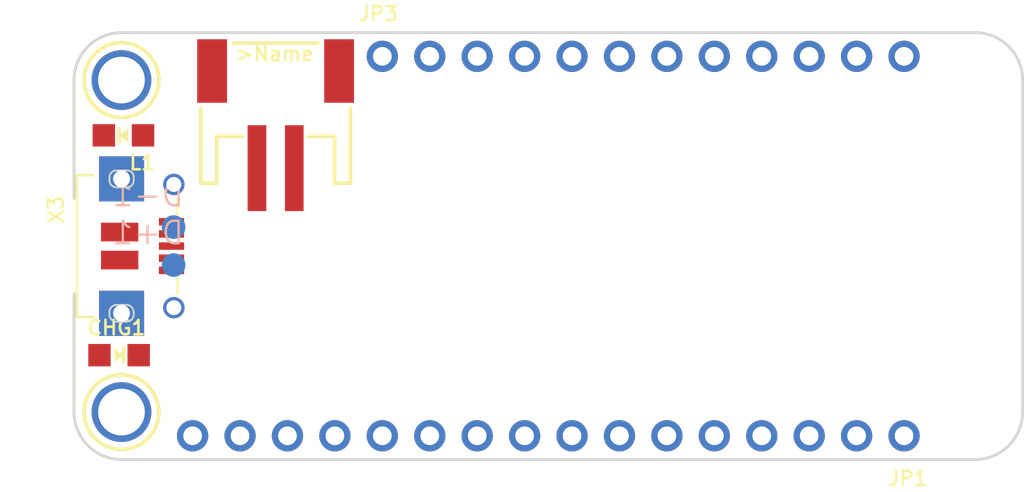
<source format=kicad_pcb>
(kicad_pcb (version 20171130) (host pcbnew "(5.0.0)")

  (general
    (thickness 1.6)
    (drawings 9)
    (tracks 0)
    (zones 0)
    (modules 12)
    (nets 34)
  )

  (page A4)
  (layers
    (0 Top signal)
    (31 Bottom signal)
    (32 B.Adhes user)
    (33 F.Adhes user)
    (34 B.Paste user)
    (35 F.Paste user)
    (36 B.SilkS user)
    (37 F.SilkS user)
    (38 B.Mask user)
    (39 F.Mask user)
    (40 Dwgs.User user)
    (41 Cmts.User user)
    (42 Eco1.User user)
    (43 Eco2.User user)
    (44 Edge.Cuts user)
    (45 Margin user)
    (46 B.CrtYd user)
    (47 F.CrtYd user)
    (48 B.Fab user)
    (49 F.Fab user)
  )

  (setup
    (last_trace_width 0.25)
    (trace_clearance 0.2)
    (zone_clearance 0.508)
    (zone_45_only no)
    (trace_min 0.2)
    (segment_width 0.2)
    (edge_width 0.15)
    (via_size 0.8)
    (via_drill 0.4)
    (via_min_size 0.4)
    (via_min_drill 0.3)
    (uvia_size 0.3)
    (uvia_drill 0.1)
    (uvias_allowed no)
    (uvia_min_size 0.2)
    (uvia_min_drill 0.1)
    (pcb_text_width 0.3)
    (pcb_text_size 1.5 1.5)
    (mod_edge_width 0.15)
    (mod_text_size 1 1)
    (mod_text_width 0.15)
    (pad_size 1.524 1.524)
    (pad_drill 0.762)
    (pad_to_mask_clearance 0.2)
    (aux_axis_origin 0 0)
    (visible_elements FFFFFF7F)
    (pcbplotparams
      (layerselection 0x010fc_ffffffff)
      (usegerberextensions false)
      (usegerberattributes false)
      (usegerberadvancedattributes false)
      (creategerberjobfile false)
      (excludeedgelayer true)
      (linewidth 0.100000)
      (plotframeref false)
      (viasonmask false)
      (mode 1)
      (useauxorigin false)
      (hpglpennumber 1)
      (hpglpenspeed 20)
      (hpglpendiameter 15.000000)
      (psnegative false)
      (psa4output false)
      (plotreference true)
      (plotvalue true)
      (plotinvisibletext false)
      (padsonsilk false)
      (subtractmaskfromsilk false)
      (outputformat 1)
      (mirror false)
      (drillshape 1)
      (scaleselection 1)
      (outputdirectory ""))
  )

  (net 0 "")
  (net 1 GND)
  (net 2 +3V3)
  (net 3 VBUS)
  (net 4 VBAT)
  (net 5 /AREF)
  (net 6 /D13)
  (net 7 /~RESET)
  (net 8 "Net-(X3-PadID)")
  (net 9 /D+)
  (net 10 /D-)
  (net 11 /EN)
  (net 12 /A0)
  (net 13 /A1)
  (net 14 /A2)
  (net 15 /A3)
  (net 16 /A4)
  (net 17 /A5)
  (net 18 /SCK)
  (net 19 /MOSI)
  (net 20 /MISO)
  (net 21 /RX_D0)
  (net 22 /TX_D1)
  (net 23 /D4)
  (net 24 /SDA)
  (net 25 /SCL)
  (net 26 /D5)
  (net 27 /D6)
  (net 28 /D9)
  (net 29 /D10)
  (net 30 /D11)
  (net 31 /D12)
  (net 32 "Net-(L1-PadA)")
  (net 33 "Net-(CHG1-PadC)")

  (net_class Default "This is the default net class."
    (clearance 0.2)
    (trace_width 0.25)
    (via_dia 0.8)
    (via_drill 0.4)
    (uvia_dia 0.3)
    (uvia_drill 0.1)
    (add_net +3V3)
    (add_net /A0)
    (add_net /A1)
    (add_net /A2)
    (add_net /A3)
    (add_net /A4)
    (add_net /A5)
    (add_net /AREF)
    (add_net /D+)
    (add_net /D-)
    (add_net /D10)
    (add_net /D11)
    (add_net /D12)
    (add_net /D13)
    (add_net /D4)
    (add_net /D5)
    (add_net /D6)
    (add_net /D9)
    (add_net /EN)
    (add_net /MISO)
    (add_net /MOSI)
    (add_net /RX_D0)
    (add_net /SCK)
    (add_net /SCL)
    (add_net /SDA)
    (add_net /TX_D1)
    (add_net /~RESET)
    (add_net GND)
    (add_net "Net-(CHG1-PadC)")
    (add_net "Net-(L1-PadA)")
    (add_net "Net-(X3-PadID)")
    (add_net VBAT)
    (add_net VBUS)
  )

  (module "Adafruit Feather M4 Express:MOUNTINGHOLE_2.5_PLATED" (layer Top) (tedit 0) (tstamp 5C28046C)
    (at 125.6411 113.8936 270)
    (path /F4AAF165)
    (fp_text reference U$32 (at 0 0 270) (layer F.SilkS) hide
      (effects (font (size 1.27 1.27) (thickness 0.15)) (justify right top))
    )
    (fp_text value MOUNTINGHOLE2.5 (at 0 0 270) (layer F.SilkS) hide
      (effects (font (size 1.27 1.27) (thickness 0.15)) (justify right top))
    )
    (fp_circle (center 0 0) (end 1 0) (layer Dwgs.User) (width 2.032))
    (fp_circle (center 0 0) (end 1 0) (layer Dwgs.User) (width 2.032))
    (fp_circle (center 0 0) (end 1 0) (layer Dwgs.User) (width 2.032))
    (fp_circle (center 0 0) (end 1 0) (layer Dwgs.User) (width 2.032))
    (fp_circle (center 0 0) (end 2 0) (layer F.SilkS) (width 0.2032))
    (pad P$1 thru_hole circle (at 0 0 270) (size 3.2 3.2) (drill 2.5) (layers *.Cu *.Mask)
      (solder_mask_margin 0.0508))
  )

  (module "Adafruit Feather M4 Express:4UCONN_20329_V2" (layer Top) (tedit 0) (tstamp 5C280475)
    (at 127.5461 105.0036 270)
    (path /82D7A832)
    (fp_text reference X3 (at -2.778 5.852 90) (layer F.SilkS)
      (effects (font (size 0.77216 0.77216) (thickness 0.138988)) (justify right top))
    )
    (fp_text value microUSB (at -2.778 6.41 90) (layer F.Fab)
      (effects (font (size 0.77216 0.77216) (thickness 0.077216)) (justify right top))
    )
    (fp_poly (pts (xy 1.15 -0.15) (xy 1.45 -0.15) (xy 1.45 -1.4) (xy 1.15 -1.4)) (layer F.Paste) (width 0))
    (fp_poly (pts (xy 0.5 -0.15) (xy 0.8 -0.15) (xy 0.8 -1.4) (xy 0.5 -1.4)) (layer F.Paste) (width 0))
    (fp_poly (pts (xy -0.15 -0.15) (xy 0.15 -0.15) (xy 0.15 -1.4) (xy -0.15 -1.4)) (layer F.Paste) (width 0))
    (fp_poly (pts (xy -0.8 -0.15) (xy -0.5 -0.15) (xy -0.5 -1.4) (xy -0.8 -1.4)) (layer F.Paste) (width 0))
    (fp_poly (pts (xy -1.45 -0.15) (xy -1.15 -0.15) (xy -1.15 -1.4) (xy -1.45 -1.4)) (layer F.Paste) (width 0))
    (fp_poly (pts (xy 2.75 -0.9) (xy 2.785868 -0.723539) (xy 2.87451 -0.566798) (xy 3.007249 -0.445121)
      (xy 3.35 -0.35) (xy 4.45 -0.35) (xy 4.628908 -0.370417) (xy 4.792751 -0.445121)
      (xy 4.92549 -0.566798) (xy 5.014132 -0.723539) (xy 5.05 -0.9) (xy 5.014132 -1.076461)
      (xy 4.92549 -1.233202) (xy 4.792751 -1.354879) (xy 4.45 -1.45) (xy 3.35 -1.45)
      (xy 3.171092 -1.429583) (xy 3.007249 -1.354879) (xy 2.87451 -1.233202)) (layer F.Paste) (width 0))
    (fp_poly (pts (xy -5.05 -0.9) (xy -5.014132 -0.723539) (xy -4.92549 -0.566798) (xy -4.792751 -0.445121)
      (xy -4.45 -0.35) (xy -3.35 -0.35) (xy -3.171092 -0.370417) (xy -3.007249 -0.445121)
      (xy -2.87451 -0.566798) (xy -2.785868 -0.723539) (xy -2.75 -0.9) (xy -2.785868 -1.076461)
      (xy -2.87451 -1.233202) (xy -3.007249 -1.354879) (xy -3.35 -1.45) (xy -4.45 -1.45)
      (xy -4.628908 -1.429583) (xy -4.792751 -1.354879) (xy -4.92549 -1.233202)) (layer F.Paste) (width 0))
    (fp_poly (pts (xy 2.35 3.15) (xy 4.85 3.15) (xy 4.85 0.65) (xy 2.35 0.65)) (layer F.Paste) (width 0))
    (fp_poly (pts (xy -4.85 3.15) (xy -2.35 3.15) (xy -2.35 0.65) (xy -4.85 0.65)) (layer F.Paste) (width 0))
    (fp_poly (pts (xy 1.05 -0.05) (xy 1.55 -0.05) (xy 1.55 -1.5) (xy 1.05 -1.5)) (layer F.Mask) (width 0))
    (fp_poly (pts (xy 0.4 -0.05) (xy 0.9 -0.05) (xy 0.9 -1.5) (xy 0.4 -1.5)) (layer F.Mask) (width 0))
    (fp_poly (pts (xy -0.25 -0.05) (xy 0.25 -0.05) (xy 0.25 -1.5) (xy -0.25 -1.5)) (layer F.Mask) (width 0))
    (fp_poly (pts (xy -0.9 -0.05) (xy -0.4 -0.05) (xy -0.4 -1.5) (xy -0.9 -1.5)) (layer F.Mask) (width 0))
    (fp_poly (pts (xy -1.55 -0.05) (xy -1.05 -0.05) (xy -1.05 -1.5) (xy -1.55 -1.5)) (layer F.Mask) (width 0))
    (fp_line (start 3.8 4.3) (end 3.8 3.4) (layer F.SilkS) (width 0.127))
    (fp_line (start -3.8 4.3) (end 3.8 4.3) (layer F.SilkS) (width 0.127))
    (fp_line (start -3.8 3.4) (end -3.8 4.3) (layer F.SilkS) (width 0.127))
    (fp_line (start 1.7 -1.1) (end 2.5 -1.1) (layer F.SilkS) (width 0.127))
    (fp_line (start -2.5 -1.1) (end -1.7 -1.1) (layer F.SilkS) (width 0.127))
    (fp_line (start 2 3.325) (end 2.7 3.325) (layer F.Fab) (width 0.127))
    (fp_line (start 1.95 2.625) (end 2.7 2.625) (layer F.Fab) (width 0.127))
    (fp_line (start 2 3.8) (end 2 3.325) (layer F.Fab) (width 0.127))
    (fp_line (start 2.675 3.8) (end 2 3.8) (layer F.Fab) (width 0.127))
    (fp_line (start 2.675 3.325) (end 2.675 3.8) (layer F.Fab) (width 0.127))
    (fp_arc (start 2.675 3.175) (end 2.825 3.175) (angle 90) (layer F.Fab) (width 0.127))
    (fp_arc (start 2.75 3.175) (end 2.75 3.1) (angle 90) (layer F.Fab) (width 0.127))
    (fp_line (start 2.725 3.1) (end 2.75 3.1) (layer F.Fab) (width 0.127))
    (fp_line (start 2.725 2.025) (end 2.725 3.1) (layer F.Fab) (width 0.127))
    (fp_arc (start 2.475 2.025) (end 2.475 1.775) (angle 90) (layer F.Fab) (width 0.127))
    (fp_line (start 2.225 1.775) (end 2.475 1.775) (layer F.Fab) (width 0.127))
    (fp_arc (start 2.225 2.05) (end 1.95 2.05) (angle 90) (layer F.Fab) (width 0.127))
    (fp_line (start 1.95 2.625) (end 1.95 2.05) (layer F.Fab) (width 0.127))
    (fp_line (start 1.95 3.1) (end 1.95 2.625) (layer F.Fab) (width 0.127))
    (fp_arc (start 1.95 3.2) (end 1.85 3.2) (angle 90) (layer F.Fab) (width 0.127))
    (fp_line (start 1.85 3.225) (end 1.85 3.2) (layer F.Fab) (width 0.127))
    (fp_arc (start 1.9375 3.2375) (end 1.925 3.325) (angle 90) (layer F.Fab) (width 0.127))
    (fp_line (start 2 3.325) (end 1.925 3.325) (layer F.Fab) (width 0.127))
    (fp_line (start 3.5 4.5) (end 3.5 4.35) (layer F.Fab) (width 0.127))
    (fp_line (start 3.775 4.9) (end 3.5 4.5) (layer F.Fab) (width 0.127))
    (fp_line (start 4 4.725) (end 3.775 4.9) (layer F.Fab) (width 0.127))
    (fp_line (start 3.7 4.3) (end 4 4.725) (layer F.Fab) (width 0.127))
    (fp_line (start -3.45 4.475) (end -3.45 4.3) (layer F.Fab) (width 0.127))
    (fp_line (start -3.75 4.9) (end -3.45 4.475) (layer F.Fab) (width 0.127))
    (fp_line (start -3.975 4.725) (end -3.75 4.9) (layer F.Fab) (width 0.127))
    (fp_line (start -3.975 4.725) (end -3.675 4.3) (layer F.Fab) (width 0.127))
    (fp_line (start 3.1 4.55) (end 3.1 4.3) (layer F.Fab) (width 0.127))
    (fp_arc (start 2.775 4.55) (end 2.775 4.875) (angle -90) (layer F.Fab) (width 0.127))
    (fp_line (start -2.725 4.875) (end 2.775 4.875) (layer F.Fab) (width 0.127))
    (fp_arc (start -2.725 4.525) (end -3.075 4.525) (angle -90) (layer F.Fab) (width 0.127))
    (fp_line (start -3.075 4.3) (end -3.075 4.525) (layer F.Fab) (width 0.127))
    (fp_line (start 0.1 -0.65) (end 0.1 -0.175) (layer F.Fab) (width 0.127))
    (fp_line (start -0.125 -0.65) (end 0.1 -0.65) (layer F.Fab) (width 0.127))
    (fp_line (start -0.125 -0.175) (end -0.125 -0.65) (layer F.Fab) (width 0.127))
    (fp_line (start 0.525 -1.05) (end 0.525 -0.6) (layer F.Fab) (width 0.127))
    (fp_line (start -0.475 -1.05) (end 0.525 -1.05) (layer F.Fab) (width 0.127))
    (fp_line (start -0.475 -0.6) (end -0.475 -1.05) (layer F.Fab) (width 0.127))
    (fp_line (start 3.35 -0.775) (end 3.35 -0.6) (layer F.Fab) (width 0.127))
    (fp_line (start 3.6 -0.775) (end 3.35 -0.775) (layer F.Fab) (width 0.127))
    (fp_line (start 3.6 -1.05) (end 3.6 -0.775) (layer F.Fab) (width 0.127))
    (fp_line (start 0.525 -1.05) (end 3.6 -1.05) (layer F.Fab) (width 0.127))
    (fp_line (start -3.575 -1.05) (end -0.475 -1.05) (layer F.Fab) (width 0.127))
    (fp_line (start -3.575 -0.75) (end -3.575 -1.05) (layer F.Fab) (width 0.127))
    (fp_line (start -3.425 -0.75) (end -3.575 -0.75) (layer F.Fab) (width 0.127))
    (fp_line (start -3.425 -0.625) (end -3.425 -0.75) (layer F.Fab) (width 0.127))
    (fp_line (start 3.175 -0.025) (end 3.725 -0.025) (layer F.Fab) (width 0.127))
    (fp_arc (start 3.175 -0.2) (end 3 -0.2) (angle -90) (layer F.Fab) (width 0.127))
    (fp_line (start 3 -0.525) (end 3 -0.2) (layer F.Fab) (width 0.127))
    (fp_arc (start 2.925 -0.525) (end 2.925 -0.6) (angle 90) (layer F.Fab) (width 0.127))
    (fp_line (start 2.475 -0.6) (end 2.925 -0.6) (layer F.Fab) (width 0.127))
    (fp_line (start 2.475 -0.3) (end 2.475 -0.6) (layer F.Fab) (width 0.127))
    (fp_arc (start 2.075 -0.3) (end 2.075 0.1) (angle -90) (layer F.Fab) (width 0.127))
    (fp_arc (start 2.075 -0.3) (end 1.675 -0.3) (angle -90) (layer F.Fab) (width 0.127))
    (fp_line (start 1.675 -0.6) (end 1.675 -0.3) (layer F.Fab) (width 0.127))
    (fp_line (start -1.65 -0.25) (end -1.65 -0.6) (layer F.Fab) (width 0.127))
    (fp_arc (start -2 -0.25) (end -2 0.1) (angle -90) (layer F.Fab) (width 0.127))
    (fp_arc (start -2 -0.325) (end -2.425 -0.325) (angle -90) (layer F.Fab) (width 0.127))
    (fp_line (start -2.425 -0.525) (end -2.425 -0.325) (layer F.Fab) (width 0.127))
    (fp_arc (start -2.5 -0.525) (end -2.5 -0.6) (angle 90) (layer F.Fab) (width 0.127))
    (fp_line (start -2.825 -0.6) (end -2.5 -0.6) (layer F.Fab) (width 0.127))
    (fp_arc (start -2.825 -0.45) (end -2.975 -0.45) (angle 90) (layer F.Fab) (width 0.127))
    (fp_line (start -2.975 -0.225) (end -2.975 -0.45) (layer F.Fab) (width 0.127))
    (fp_arc (start -3.175 -0.225) (end -3.175 -0.025) (angle -90) (layer F.Fab) (width 0.127))
    (fp_line (start -3.725 -0.025) (end -3.175 -0.025) (layer F.Fab) (width 0.127))
    (fp_line (start -3.75 4.3) (end -3.675 4.3) (layer F.Fab) (width 0.127))
    (fp_line (start -3.75 -0.125) (end -3.75 4.3) (layer F.Fab) (width 0.127))
    (fp_arc (start -3.275 -0.124999) (end -3.275 -0.6) (angle -90) (layer F.Fab) (width 0.127))
    (fp_line (start -2.825 -0.6) (end -3.275 -0.6) (layer F.Fab) (width 0.127))
    (fp_line (start -1.65 -0.6) (end -2.5 -0.6) (layer F.Fab) (width 0.127))
    (fp_line (start -0.475 -0.6) (end -1.65 -0.6) (layer F.Fab) (width 0.127))
    (fp_line (start -0.475 -0.325) (end -0.475 -0.6) (layer F.Fab) (width 0.127))
    (fp_arc (start -0.3 -0.325) (end -0.3 -0.15) (angle 90) (layer F.Fab) (width 0.127))
    (fp_line (start 0.325 -0.15) (end -0.3 -0.15) (layer F.Fab) (width 0.127))
    (fp_arc (start 0.325 -0.35) (end 0.525 -0.35) (angle 90) (layer F.Fab) (width 0.127))
    (fp_line (start 0.525 -0.6) (end 0.525 -0.35) (layer F.Fab) (width 0.127))
    (fp_line (start 1.675 -0.6) (end 0.525 -0.6) (layer F.Fab) (width 0.127))
    (fp_line (start 2.475 -0.6) (end 1.675 -0.6) (layer F.Fab) (width 0.127))
    (fp_line (start 3.35 -0.6) (end 2.925 -0.6) (layer F.Fab) (width 0.127))
    (fp_arc (start 3.35 -0.199999) (end 3.75 -0.2) (angle -90) (layer F.Fab) (width 0.127))
    (fp_line (start 3.75 4.3) (end 3.75 -0.2) (layer F.Fab) (width 0.127))
    (fp_line (start 3.7 4.3) (end 3.75 4.3) (layer F.Fab) (width 0.127))
    (fp_line (start 3.1 4.3) (end 3.7 4.3) (layer F.Fab) (width 0.127))
    (fp_line (start -3.075 4.3) (end 3.1 4.3) (layer F.Fab) (width 0.127))
    (fp_line (start -3.45 4.3) (end -3.075 4.3) (layer F.Fab) (width 0.127))
    (fp_line (start -3.675 4.3) (end -3.45 4.3) (layer F.Fab) (width 0.127))
    (fp_line (start -2.7 3.325) (end -2 3.325) (layer F.Fab) (width 0.127))
    (fp_line (start -2.75 2.625) (end -2 2.625) (layer F.Fab) (width 0.127))
    (fp_line (start -2.7 3.8) (end -2.7 3.325) (layer F.Fab) (width 0.127))
    (fp_line (start -2.025 3.8) (end -2.7 3.8) (layer F.Fab) (width 0.127))
    (fp_line (start -2.025 3.325) (end -2.025 3.8) (layer F.Fab) (width 0.127))
    (fp_arc (start -2.025 3.175) (end -1.875 3.175) (angle 90) (layer F.Fab) (width 0.127))
    (fp_arc (start -1.95 3.175) (end -1.95 3.1) (angle 90) (layer F.Fab) (width 0.127))
    (fp_line (start -1.975 3.1) (end -1.95 3.1) (layer F.Fab) (width 0.127))
    (fp_line (start -1.975 2.025) (end -1.975 3.1) (layer F.Fab) (width 0.127))
    (fp_arc (start -2.225 2.025) (end -2.225 1.775) (angle 90) (layer F.Fab) (width 0.127))
    (fp_line (start -2.475 1.775) (end -2.225 1.775) (layer F.Fab) (width 0.127))
    (fp_arc (start -2.475 2.05) (end -2.75 2.05) (angle 90) (layer F.Fab) (width 0.127))
    (fp_line (start -2.75 2.625) (end -2.75 2.05) (layer F.Fab) (width 0.127))
    (fp_line (start -2.75 3.1) (end -2.75 2.625) (layer F.Fab) (width 0.127))
    (fp_arc (start -2.75 3.2) (end -2.85 3.2) (angle 90) (layer F.Fab) (width 0.127))
    (fp_line (start -2.85 3.225) (end -2.85 3.2) (layer F.Fab) (width 0.127))
    (fp_arc (start -2.7625 3.2375) (end -2.775 3.325) (angle 90) (layer F.Fab) (width 0.127))
    (fp_line (start -2.7 3.325) (end -2.775 3.325) (layer F.Fab) (width 0.127))
    (fp_line (start 3.15 2.2) (end 3.15 1.6) (layer Edge.Cuts) (width 0))
    (fp_arc (start 3.55 1.65) (end 3.15 1.6) (angle 90) (layer Edge.Cuts) (width 0))
    (fp_arc (start 3.65 1.65) (end 3.6 1.25) (angle 90) (layer Edge.Cuts) (width 0))
    (fp_line (start 4.05 1.6) (end 4.05 2.2) (layer Edge.Cuts) (width 0))
    (fp_arc (start 3.55 2.15) (end 3.6 2.55) (angle 90) (layer Edge.Cuts) (width 0))
    (fp_arc (start 3.65 2.15) (end 4.05 2.2) (angle 90) (layer Edge.Cuts) (width 0))
    (fp_line (start -4.05 2.15) (end -4.05 1.6) (layer Edge.Cuts) (width 0))
    (fp_arc (start -3.675 2.175) (end -3.7 2.55) (angle 90) (layer Edge.Cuts) (width 0))
    (fp_line (start -3.5 2.55) (end -3.7 2.55) (layer Edge.Cuts) (width 0))
    (fp_arc (start -3.525 2.175) (end -3.15 2.15) (angle 90) (layer Edge.Cuts) (width 0))
    (fp_line (start -3.15 1.6) (end -3.15 2.15) (layer Edge.Cuts) (width 0))
    (fp_arc (start -3.5 1.6) (end -3.5 1.25) (angle 90) (layer Edge.Cuts) (width 0))
    (fp_line (start -3.7 1.25) (end -3.5 1.25) (layer Edge.Cuts) (width 0))
    (fp_arc (start -3.7 1.6) (end -4.05 1.6) (angle 90) (layer Edge.Cuts) (width 0))
    (fp_line (start 3.5 4.35) (end 4.35 4.35) (layer F.Fab) (width 0))
    (fp_text user "PCB EDGE" (at 0 4 270) (layer F.Fab)
      (effects (font (size 0.38608 0.38608) (thickness 0.065024)))
    )
    (pad BASE@2 smd rect (at 0.75 2) (size 2 1) (layers Top F.Paste F.Mask)
      (net 1 GND) (solder_mask_margin 0.0508))
    (pad BASE@1 smd rect (at -0.75 2) (size 2 1) (layers Top F.Paste F.Mask)
      (net 1 GND) (solder_mask_margin 0.0508))
    (pad GND smd rect (at 1.3 -0.775 270) (size 0.4 1.35) (layers Top F.Mask)
      (net 1 GND) (solder_mask_margin 0.0508))
    (pad ID smd rect (at 0.65 -0.775 270) (size 0.4 1.35) (layers Top F.Mask)
      (net 8 "Net-(X3-PadID)") (solder_mask_margin 0.0508))
    (pad D+ smd rect (at 0 -0.775 270) (size 0.4 1.35) (layers Top F.Mask)
      (net 9 /D+) (solder_mask_margin 0.0508))
    (pad D- smd rect (at -0.65 -0.775 270) (size 0.4 1.35) (layers Top F.Mask)
      (net 10 /D-) (solder_mask_margin 0.0508))
    (pad VBUS smd rect (at -1.3 -0.775 270) (size 0.4 1.35) (layers Top F.Mask)
      (net 3 VBUS) (solder_mask_margin 0.0508))
    (pad SPRT@2 thru_hole circle (at 3.3 -0.9 270) (size 1.143 1.143) (drill 0.8) (layers *.Cu *.Mask)
      (net 1 GND) (solder_mask_margin 0.0508))
    (pad SPRT@1 thru_hole circle (at -3.3 -0.9 90) (size 1.143 1.143) (drill 0.8) (layers *.Cu *.Mask)
      (net 1 GND) (solder_mask_margin 0.0508))
    (pad SPRT@3 thru_hole rect (at -3.6 1.9) (size 2.413 2.413) (drill 0.9) (layers *.Cu *.Mask)
      (net 1 GND) (solder_mask_margin 0.0508))
    (pad SPRT@4 thru_hole rect (at 3.6 1.9) (size 2.413 2.413) (drill 0.9) (layers *.Cu *.Mask)
      (net 1 GND) (solder_mask_margin 0.0508))
    (pad "" np_thru_hole circle (at 1.95 0 270) (size 0.7 0.7) (drill 0.7) (layers *.Cu))
    (pad "" np_thru_hole circle (at -1.95 0 270) (size 0.7 0.7) (drill 0.7) (layers *.Cu))
  )

  (module "" (layer Top) (tedit 0) (tstamp 0)
    (at 171.3611 96.1136)
    (fp_text reference @HOLE0 (at 0 0) (layer F.SilkS) hide
      (effects (font (size 1.27 1.27) (thickness 0.15)))
    )
    (fp_text value "" (at 0 0) (layer F.SilkS)
      (effects (font (size 1.27 1.27) (thickness 0.15)))
    )
    (pad "" np_thru_hole circle (at 0 0) (size 2.54 2.54) (drill 2.54) (layers *.Cu))
  )

  (module "" (layer Top) (tedit 0) (tstamp 0)
    (at 171.3611 113.8936)
    (fp_text reference @HOLE1 (at 0 0) (layer F.SilkS) hide
      (effects (font (size 1.27 1.27) (thickness 0.15)))
    )
    (fp_text value "" (at 0 0) (layer F.SilkS)
      (effects (font (size 1.27 1.27) (thickness 0.15)))
    )
    (pad "" np_thru_hole circle (at 0 0) (size 2.54 2.54) (drill 2.54) (layers *.Cu))
  )

  (module "Adafruit Feather M4 Express:CHIPLED_0805_NOOUTLINE" (layer Top) (tedit 0) (tstamp 5C2803F4)
    (at 125.7461 99.0746 90)
    (path /B2CE564C)
    (fp_text reference L1 (at -1.016 1.778) (layer F.SilkS)
      (effects (font (size 0.77216 0.77216) (thickness 0.138988)) (justify right top))
    )
    (fp_text value RED (at 1.397 1.778) (layer F.Fab)
      (effects (font (size 0.77216 0.77216) (thickness 0.077216)) (justify right top))
    )
    (fp_poly (pts (xy 0 -0.254) (xy -0.381 0.254) (xy 0.381 0.254)) (layer F.SilkS) (width 0))
    (fp_poly (pts (xy -0.4445 -0.1405) (xy 0.4445 -0.1405) (xy 0.4445 -0.331) (xy -0.4445 -0.331)) (layer F.SilkS) (width 0))
    (fp_poly (pts (xy -0.625 -0.925) (xy -0.3 -0.925) (xy -0.3 -1) (xy -0.625 -1)) (layer F.Fab) (width 0))
    (fp_poly (pts (xy -0.6 -0.5) (xy -0.3 -0.5) (xy -0.3 -0.762) (xy -0.6 -0.762)) (layer F.Fab) (width 0))
    (fp_poly (pts (xy -0.2 0.675) (xy 0.2 0.675) (xy 0.2 0.5) (xy -0.2 0.5)) (layer F.Fab) (width 0))
    (fp_poly (pts (xy -0.325 0.75) (xy -0.175 0.75) (xy -0.175 0.5) (xy -0.325 0.5)) (layer F.Fab) (width 0))
    (fp_poly (pts (xy 0.175 0.75) (xy 0.325 0.75) (xy 0.325 0.5) (xy 0.175 0.5)) (layer F.Fab) (width 0))
    (fp_poly (pts (xy -0.625 1) (xy -0.3 1) (xy -0.3 0.5) (xy -0.625 0.5)) (layer F.Fab) (width 0))
    (fp_poly (pts (xy 0.3 1) (xy 0.625 1) (xy 0.625 0.5) (xy 0.3 0.5)) (layer F.Fab) (width 0))
    (fp_poly (pts (xy -0.2 -0.5) (xy 0.2 -0.5) (xy 0.2 -0.675) (xy -0.2 -0.675)) (layer F.Fab) (width 0))
    (fp_poly (pts (xy 0.175 -0.5) (xy 0.325 -0.5) (xy 0.325 -0.75) (xy 0.175 -0.75)) (layer F.Fab) (width 0))
    (fp_poly (pts (xy -0.325 -0.5) (xy -0.175 -0.5) (xy -0.175 -0.75) (xy -0.325 -0.75)) (layer F.Fab) (width 0))
    (fp_poly (pts (xy 0.3 -0.5) (xy 0.625 -0.5) (xy 0.625 -1) (xy 0.3 -1)) (layer F.Fab) (width 0))
    (fp_text user C (at -0.1 -1.2 90) (layer F.Fab)
      (effects (font (size 0.2413 0.2413) (thickness 0.02032)) (justify left bottom))
    )
    (fp_text user A (at -0.1 1.4 90) (layer F.Fab)
      (effects (font (size 0.2413 0.2413) (thickness 0.02032)) (justify left bottom))
    )
    (fp_circle (center -0.45 -0.85) (end -0.347 -0.85) (layer F.Fab) (width 0.0762))
    (fp_line (start -0.575 0.5) (end -0.575 -0.925) (layer F.Fab) (width 0.1016))
    (fp_line (start 0.575 -0.525) (end 0.575 0.525) (layer F.Fab) (width 0.1016))
    (fp_arc (start 0 0.979199) (end -0.35 0.925) (angle 162.394521) (layer F.Fab) (width 0.1016))
    (fp_arc (start 0 -0.979199) (end -0.35 -0.925) (angle -162.394521) (layer F.Fab) (width 0.1016))
    (pad A smd rect (at 0 1.05 90) (size 1.2 1.2) (layers Top F.Paste F.Mask)
      (net 32 "Net-(L1-PadA)") (solder_mask_margin 0.0508))
    (pad C smd rect (at 0 -1.05 90) (size 1.2 1.2) (layers Top F.Paste F.Mask)
      (net 1 GND) (solder_mask_margin 0.0508))
  )

  (module "Adafruit Feather M4 Express:MOUNTINGHOLE_2.5_PLATED" (layer Top) (tedit 0) (tstamp 5C280463)
    (at 125.6411 96.1136 270)
    (path /BD08BF3C)
    (fp_text reference U$31 (at 0 0 270) (layer F.SilkS) hide
      (effects (font (size 1.27 1.27) (thickness 0.15)) (justify right top))
    )
    (fp_text value MOUNTINGHOLE2.5 (at 0 0 270) (layer F.SilkS) hide
      (effects (font (size 1.27 1.27) (thickness 0.15)) (justify right top))
    )
    (fp_circle (center 0 0) (end 1 0) (layer Dwgs.User) (width 2.032))
    (fp_circle (center 0 0) (end 1 0) (layer Dwgs.User) (width 2.032))
    (fp_circle (center 0 0) (end 1 0) (layer Dwgs.User) (width 2.032))
    (fp_circle (center 0 0) (end 1 0) (layer Dwgs.User) (width 2.032))
    (fp_circle (center 0 0) (end 2 0) (layer F.SilkS) (width 0.2032))
    (pad P$1 thru_hole circle (at 0 0 270) (size 3.2 3.2) (drill 2.5) (layers *.Cu *.Mask)
      (solder_mask_margin 0.0508))
  )

  (module "Adafruit Feather M4 Express:1X16_ROUND" (layer Top) (tedit 0) (tstamp 5C280523)
    (at 148.5011 115.1636 180)
    (descr "<b>PIN HEADER</b>")
    (path /0B60073D)
    (fp_text reference JP1 (at -20.3962 -1.8288) (layer F.SilkS)
      (effects (font (size 0.77216 0.77216) (thickness 0.138988)) (justify right top))
    )
    (fp_text value HEADER-1X16ROUND (at -20.32 3.175) (layer F.Fab)
      (effects (font (size 0.38608 0.38608) (thickness 0.038608)) (justify right top))
    )
    (fp_poly (pts (xy 18.796 0.254) (xy 19.304 0.254) (xy 19.304 -0.254) (xy 18.796 -0.254)) (layer F.Fab) (width 0))
    (fp_poly (pts (xy -19.304 0.254) (xy -18.796 0.254) (xy -18.796 -0.254) (xy -19.304 -0.254)) (layer F.Fab) (width 0))
    (fp_poly (pts (xy -16.764 0.254) (xy -16.256 0.254) (xy -16.256 -0.254) (xy -16.764 -0.254)) (layer F.Fab) (width 0))
    (fp_poly (pts (xy -14.224 0.254) (xy -13.716 0.254) (xy -13.716 -0.254) (xy -14.224 -0.254)) (layer F.Fab) (width 0))
    (fp_poly (pts (xy -11.684 0.254) (xy -11.176 0.254) (xy -11.176 -0.254) (xy -11.684 -0.254)) (layer F.Fab) (width 0))
    (fp_poly (pts (xy -9.144 0.254) (xy -8.636 0.254) (xy -8.636 -0.254) (xy -9.144 -0.254)) (layer F.Fab) (width 0))
    (fp_poly (pts (xy -6.604 0.254) (xy -6.096 0.254) (xy -6.096 -0.254) (xy -6.604 -0.254)) (layer F.Fab) (width 0))
    (fp_poly (pts (xy -4.064 0.254) (xy -3.556 0.254) (xy -3.556 -0.254) (xy -4.064 -0.254)) (layer F.Fab) (width 0))
    (fp_poly (pts (xy -1.524 0.254) (xy -1.016 0.254) (xy -1.016 -0.254) (xy -1.524 -0.254)) (layer F.Fab) (width 0))
    (fp_poly (pts (xy 1.016 0.254) (xy 1.524 0.254) (xy 1.524 -0.254) (xy 1.016 -0.254)) (layer F.Fab) (width 0))
    (fp_poly (pts (xy 3.556 0.254) (xy 4.064 0.254) (xy 4.064 -0.254) (xy 3.556 -0.254)) (layer F.Fab) (width 0))
    (fp_poly (pts (xy 6.096 0.254) (xy 6.604 0.254) (xy 6.604 -0.254) (xy 6.096 -0.254)) (layer F.Fab) (width 0))
    (fp_poly (pts (xy 8.636 0.254) (xy 9.144 0.254) (xy 9.144 -0.254) (xy 8.636 -0.254)) (layer F.Fab) (width 0))
    (fp_poly (pts (xy 11.176 0.254) (xy 11.684 0.254) (xy 11.684 -0.254) (xy 11.176 -0.254)) (layer F.Fab) (width 0))
    (fp_poly (pts (xy 13.716 0.254) (xy 14.224 0.254) (xy 14.224 -0.254) (xy 13.716 -0.254)) (layer F.Fab) (width 0))
    (fp_poly (pts (xy 16.256 0.254) (xy 16.764 0.254) (xy 16.764 -0.254) (xy 16.256 -0.254)) (layer F.Fab) (width 0))
    (fp_line (start -20.32 -0.635) (end -20.32 0.635) (layer F.Fab) (width 0.2032))
    (pad 16 thru_hole circle (at 19.05 0 270) (size 1.6764 1.6764) (drill 1) (layers *.Cu *.Mask)
      (net 7 /~RESET) (solder_mask_margin 0.0508))
    (pad 15 thru_hole circle (at 16.51 0 270) (size 1.6764 1.6764) (drill 1) (layers *.Cu *.Mask)
      (net 2 +3V3) (solder_mask_margin 0.0508))
    (pad 14 thru_hole circle (at 13.97 0 270) (size 1.6764 1.6764) (drill 1) (layers *.Cu *.Mask)
      (net 5 /AREF) (solder_mask_margin 0.0508))
    (pad 13 thru_hole circle (at 11.43 0 270) (size 1.6764 1.6764) (drill 1) (layers *.Cu *.Mask)
      (net 1 GND) (solder_mask_margin 0.0508))
    (pad 12 thru_hole circle (at 8.89 0 270) (size 1.6764 1.6764) (drill 1) (layers *.Cu *.Mask)
      (net 12 /A0) (solder_mask_margin 0.0508))
    (pad 11 thru_hole circle (at 6.35 0 270) (size 1.6764 1.6764) (drill 1) (layers *.Cu *.Mask)
      (net 13 /A1) (solder_mask_margin 0.0508))
    (pad 10 thru_hole circle (at 3.81 0 270) (size 1.6764 1.6764) (drill 1) (layers *.Cu *.Mask)
      (net 14 /A2) (solder_mask_margin 0.0508))
    (pad 9 thru_hole circle (at 1.27 0 270) (size 1.6764 1.6764) (drill 1) (layers *.Cu *.Mask)
      (net 15 /A3) (solder_mask_margin 0.0508))
    (pad 8 thru_hole circle (at -1.27 0 270) (size 1.6764 1.6764) (drill 1) (layers *.Cu *.Mask)
      (net 16 /A4) (solder_mask_margin 0.0508))
    (pad 7 thru_hole circle (at -3.81 0 270) (size 1.6764 1.6764) (drill 1) (layers *.Cu *.Mask)
      (net 17 /A5) (solder_mask_margin 0.0508))
    (pad 6 thru_hole circle (at -6.35 0 270) (size 1.6764 1.6764) (drill 1) (layers *.Cu *.Mask)
      (net 18 /SCK) (solder_mask_margin 0.0508))
    (pad 5 thru_hole circle (at -8.89 0 270) (size 1.6764 1.6764) (drill 1) (layers *.Cu *.Mask)
      (net 19 /MOSI) (solder_mask_margin 0.0508))
    (pad 4 thru_hole circle (at -11.43 0 270) (size 1.6764 1.6764) (drill 1) (layers *.Cu *.Mask)
      (net 20 /MISO) (solder_mask_margin 0.0508))
    (pad 3 thru_hole circle (at -13.97 0 270) (size 1.6764 1.6764) (drill 1) (layers *.Cu *.Mask)
      (net 21 /RX_D0) (solder_mask_margin 0.0508))
    (pad 2 thru_hole circle (at -16.51 0 270) (size 1.6764 1.6764) (drill 1) (layers *.Cu *.Mask)
      (net 22 /TX_D1) (solder_mask_margin 0.0508))
    (pad 1 thru_hole circle (at -19.05 0 270) (size 1.6764 1.6764) (drill 1) (layers *.Cu *.Mask)
      (net 23 /D4) (solder_mask_margin 0.0508))
  )

  (module "Adafruit Feather M4 Express:JSTPH2" (layer Top) (tedit 0) (tstamp 5C280547)
    (at 133.8961 97.1296)
    (descr "2-Pin JST PH Series Right-Angle Connector (+/- for batteries)")
    (path /8C6B6C8F)
    (fp_text reference X1 (at 0 0) (layer F.SilkS) hide
      (effects (font (size 0.77216 0.77216) (thickness 0.138988)) (justify left bottom))
    )
    (fp_text value JSTPH (at 0 0) (layer F.SilkS) hide
      (effects (font (size 0.77216 0.77216) (thickness 0.077216)) (justify left bottom))
    )
    (fp_text user >Value (at -2.2225 -1.27) (layer F.Fab)
      (effects (font (size 0.38608 0.38608) (thickness 0.04064)) (justify left bottom))
    )
    (fp_text user >Name (at -2.2225 -1.9685) (layer F.SilkS)
      (effects (font (size 0.77216 0.77216) (thickness 0.146304)) (justify left bottom))
    )
    (fp_line (start -4 4.5) (end -4 0.5) (layer F.SilkS) (width 0.2032))
    (fp_line (start -3.15 4.5) (end -4 4.5) (layer F.SilkS) (width 0.2032))
    (fp_line (start -3.15 2) (end -3.15 4.5) (layer F.SilkS) (width 0.2032))
    (fp_line (start -1.75 2) (end -3.15 2) (layer F.SilkS) (width 0.2032))
    (fp_line (start 3.15 2) (end 1.75 2) (layer F.SilkS) (width 0.2032))
    (fp_line (start 3.15 4.5) (end 3.15 2) (layer F.SilkS) (width 0.2032))
    (fp_line (start 4 4.5) (end 3.15 4.5) (layer F.SilkS) (width 0.2032))
    (fp_line (start 4 0.5) (end 4 4.5) (layer F.SilkS) (width 0.2032))
    (fp_line (start -2.25 -3) (end 2.25 -3) (layer F.SilkS) (width 0.2032))
    (fp_line (start 3.2 4.5) (end 3.2 2) (layer F.Fab) (width 0.2032))
    (fp_line (start 4 4.5) (end 3.2 4.5) (layer F.Fab) (width 0.2032))
    (fp_line (start -3.2 4.5) (end -4 4.5) (layer F.Fab) (width 0.2032))
    (fp_line (start -3.2 2) (end -3.2 4.5) (layer F.Fab) (width 0.2032))
    (fp_line (start 3.2 2) (end -3.2 2) (layer F.Fab) (width 0.2032))
    (fp_line (start -4 4.5) (end -4 -3) (layer F.Fab) (width 0.2032))
    (fp_line (start 4 -3) (end 4 4.5) (layer F.Fab) (width 0.2032))
    (fp_line (start -4 -3) (end 4 -3) (layer F.Fab) (width 0.2032))
    (pad NC2 smd rect (at 3.4 -1.5 90) (size 3.4 1.6) (layers Top F.Paste F.Mask)
      (solder_mask_margin 0.0508))
    (pad NC1 smd rect (at -3.4 -1.5 90) (size 3.4 1.6) (layers Top F.Paste F.Mask)
      (solder_mask_margin 0.0508))
    (pad 2 smd rect (at 1 3.7) (size 1 4.6) (layers Top F.Paste F.Mask)
      (net 4 VBAT) (solder_mask_margin 0.0508))
    (pad 1 smd rect (at -1 3.7) (size 1 4.6) (layers Top F.Paste F.Mask)
      (net 1 GND) (solder_mask_margin 0.0508))
  )

  (module "Adafruit Feather M4 Express:1X12_ROUND" (layer Top) (tedit 0) (tstamp 5C280561)
    (at 153.5811 94.8436)
    (path /8182258E)
    (fp_text reference JP3 (at -15.3162 -1.8288) (layer F.SilkS)
      (effects (font (size 0.77216 0.77216) (thickness 0.138988)) (justify left bottom))
    )
    (fp_text value HEADER-1X12 (at -15.24 3.175) (layer F.Fab)
      (effects (font (size 0.38608 0.38608) (thickness 0.038608)) (justify left bottom))
    )
    (fp_poly (pts (xy 13.716 0.254) (xy 14.224 0.254) (xy 14.224 -0.254) (xy 13.716 -0.254)) (layer F.Fab) (width 0))
    (fp_poly (pts (xy 11.176 0.254) (xy 11.684 0.254) (xy 11.684 -0.254) (xy 11.176 -0.254)) (layer F.Fab) (width 0))
    (fp_poly (pts (xy 8.636 0.254) (xy 9.144 0.254) (xy 9.144 -0.254) (xy 8.636 -0.254)) (layer F.Fab) (width 0))
    (fp_poly (pts (xy -14.224 0.254) (xy -13.716 0.254) (xy -13.716 -0.254) (xy -14.224 -0.254)) (layer F.Fab) (width 0))
    (fp_poly (pts (xy -11.684 0.254) (xy -11.176 0.254) (xy -11.176 -0.254) (xy -11.684 -0.254)) (layer F.Fab) (width 0))
    (fp_poly (pts (xy -9.144 0.254) (xy -8.636 0.254) (xy -8.636 -0.254) (xy -9.144 -0.254)) (layer F.Fab) (width 0))
    (fp_poly (pts (xy -6.604 0.254) (xy -6.096 0.254) (xy -6.096 -0.254) (xy -6.604 -0.254)) (layer F.Fab) (width 0))
    (fp_poly (pts (xy -4.064 0.254) (xy -3.556 0.254) (xy -3.556 -0.254) (xy -4.064 -0.254)) (layer F.Fab) (width 0))
    (fp_poly (pts (xy -1.524 0.254) (xy -1.016 0.254) (xy -1.016 -0.254) (xy -1.524 -0.254)) (layer F.Fab) (width 0))
    (fp_poly (pts (xy 1.016 0.254) (xy 1.524 0.254) (xy 1.524 -0.254) (xy 1.016 -0.254)) (layer F.Fab) (width 0))
    (fp_poly (pts (xy 3.556 0.254) (xy 4.064 0.254) (xy 4.064 -0.254) (xy 3.556 -0.254)) (layer F.Fab) (width 0))
    (fp_poly (pts (xy 6.096 0.254) (xy 6.604 0.254) (xy 6.604 -0.254) (xy 6.096 -0.254)) (layer F.Fab) (width 0))
    (fp_line (start -15.24 -0.635) (end -15.24 0.635) (layer F.Fab) (width 0.2032))
    (pad 12 thru_hole circle (at 13.97 0 90) (size 1.6764 1.6764) (drill 1) (layers *.Cu *.Mask)
      (net 24 /SDA) (solder_mask_margin 0.0508))
    (pad 11 thru_hole circle (at 11.43 0 90) (size 1.6764 1.6764) (drill 1) (layers *.Cu *.Mask)
      (net 25 /SCL) (solder_mask_margin 0.0508))
    (pad 10 thru_hole circle (at 8.89 0 90) (size 1.6764 1.6764) (drill 1) (layers *.Cu *.Mask)
      (net 26 /D5) (solder_mask_margin 0.0508))
    (pad 9 thru_hole circle (at 6.35 0 90) (size 1.6764 1.6764) (drill 1) (layers *.Cu *.Mask)
      (net 27 /D6) (solder_mask_margin 0.0508))
    (pad 8 thru_hole circle (at 3.81 0 90) (size 1.6764 1.6764) (drill 1) (layers *.Cu *.Mask)
      (net 28 /D9) (solder_mask_margin 0.0508))
    (pad 7 thru_hole circle (at 1.27 0 90) (size 1.6764 1.6764) (drill 1) (layers *.Cu *.Mask)
      (net 29 /D10) (solder_mask_margin 0.0508))
    (pad 6 thru_hole circle (at -1.27 0 90) (size 1.6764 1.6764) (drill 1) (layers *.Cu *.Mask)
      (net 30 /D11) (solder_mask_margin 0.0508))
    (pad 5 thru_hole circle (at -3.81 0 90) (size 1.6764 1.6764) (drill 1) (layers *.Cu *.Mask)
      (net 31 /D12) (solder_mask_margin 0.0508))
    (pad 4 thru_hole circle (at -6.35 0 90) (size 1.6764 1.6764) (drill 1) (layers *.Cu *.Mask)
      (net 6 /D13) (solder_mask_margin 0.0508))
    (pad 3 thru_hole circle (at -8.89 0 90) (size 1.6764 1.6764) (drill 1) (layers *.Cu *.Mask)
      (net 3 VBUS) (solder_mask_margin 0.0508))
    (pad 2 thru_hole circle (at -11.43 0 90) (size 1.6764 1.6764) (drill 1) (layers *.Cu *.Mask)
      (net 11 /EN) (solder_mask_margin 0.0508))
    (pad 1 thru_hole circle (at -13.97 0 90) (size 1.6764 1.6764) (drill 1) (layers *.Cu *.Mask)
      (net 4 VBAT) (solder_mask_margin 0.0508))
  )

  (module "Adafruit Feather M4 Express:CHIPLED_0805_NOOUTLINE" (layer Top) (tedit 0) (tstamp 5C280591)
    (at 125.5141 110.8456 270)
    (path /84E678BB)
    (fp_text reference CHG1 (at -1.016 1.778) (layer F.SilkS)
      (effects (font (size 0.77216 0.77216) (thickness 0.138988)) (justify left bottom))
    )
    (fp_text value ORANGE (at 1.397 1.778) (layer F.Fab)
      (effects (font (size 0.77216 0.77216) (thickness 0.077216)) (justify right top))
    )
    (fp_poly (pts (xy 0 -0.254) (xy -0.381 0.254) (xy 0.381 0.254)) (layer F.SilkS) (width 0))
    (fp_poly (pts (xy -0.4445 -0.1405) (xy 0.4445 -0.1405) (xy 0.4445 -0.331) (xy -0.4445 -0.331)) (layer F.SilkS) (width 0))
    (fp_poly (pts (xy -0.625 -0.925) (xy -0.3 -0.925) (xy -0.3 -1) (xy -0.625 -1)) (layer F.Fab) (width 0))
    (fp_poly (pts (xy -0.6 -0.5) (xy -0.3 -0.5) (xy -0.3 -0.762) (xy -0.6 -0.762)) (layer F.Fab) (width 0))
    (fp_poly (pts (xy -0.2 0.675) (xy 0.2 0.675) (xy 0.2 0.5) (xy -0.2 0.5)) (layer F.Fab) (width 0))
    (fp_poly (pts (xy -0.325 0.75) (xy -0.175 0.75) (xy -0.175 0.5) (xy -0.325 0.5)) (layer F.Fab) (width 0))
    (fp_poly (pts (xy 0.175 0.75) (xy 0.325 0.75) (xy 0.325 0.5) (xy 0.175 0.5)) (layer F.Fab) (width 0))
    (fp_poly (pts (xy -0.625 1) (xy -0.3 1) (xy -0.3 0.5) (xy -0.625 0.5)) (layer F.Fab) (width 0))
    (fp_poly (pts (xy 0.3 1) (xy 0.625 1) (xy 0.625 0.5) (xy 0.3 0.5)) (layer F.Fab) (width 0))
    (fp_poly (pts (xy -0.2 -0.5) (xy 0.2 -0.5) (xy 0.2 -0.675) (xy -0.2 -0.675)) (layer F.Fab) (width 0))
    (fp_poly (pts (xy 0.175 -0.5) (xy 0.325 -0.5) (xy 0.325 -0.75) (xy 0.175 -0.75)) (layer F.Fab) (width 0))
    (fp_poly (pts (xy -0.325 -0.5) (xy -0.175 -0.5) (xy -0.175 -0.75) (xy -0.325 -0.75)) (layer F.Fab) (width 0))
    (fp_poly (pts (xy 0.3 -0.5) (xy 0.625 -0.5) (xy 0.625 -1) (xy 0.3 -1)) (layer F.Fab) (width 0))
    (fp_text user C (at -0.1 -1.2 270) (layer F.Fab)
      (effects (font (size 0.2413 0.2413) (thickness 0.02032)) (justify left bottom))
    )
    (fp_text user A (at -0.1 1.4 270) (layer F.Fab)
      (effects (font (size 0.2413 0.2413) (thickness 0.02032)) (justify left bottom))
    )
    (fp_circle (center -0.45 -0.85) (end -0.347 -0.85) (layer F.Fab) (width 0.0762))
    (fp_line (start -0.575 0.5) (end -0.575 -0.925) (layer F.Fab) (width 0.1016))
    (fp_line (start 0.575 -0.525) (end 0.575 0.525) (layer F.Fab) (width 0.1016))
    (fp_arc (start 0 0.979199) (end -0.35 0.925) (angle 162.394521) (layer F.Fab) (width 0.1016))
    (fp_arc (start 0 -0.979199) (end -0.35 -0.925) (angle -162.394521) (layer F.Fab) (width 0.1016))
    (pad A smd rect (at 0 1.05 270) (size 1.2 1.2) (layers Top F.Paste F.Mask)
      (net 3 VBUS) (solder_mask_margin 0.0508))
    (pad C smd rect (at 0 -1.05 270) (size 1.2 1.2) (layers Top F.Paste F.Mask)
      (net 33 "Net-(CHG1-PadC)") (solder_mask_margin 0.0508))
  )

  (module "Adafruit Feather M4 Express:B1,27" (layer Bottom) (tedit 0) (tstamp 5C2806C6)
    (at 128.4351 106.0196 180)
    (descr "<b>TEST PAD</b>")
    (path /BD2A858F)
    (fp_text reference D+1 (at -0.635 1.016 180) (layer B.SilkS)
      (effects (font (size 1.2065 1.2065) (thickness 0.127)) (justify left bottom mirror))
    )
    (fp_text value TPB1,27 (at -0.635 -0.762 180) (layer B.Fab)
      (effects (font (size 0.02413 0.02413) (thickness 0.002032)) (justify left bottom mirror))
    )
    (fp_text user >TP_SIGNAL_NAME (at -0.635 -1.905 180) (layer Dwgs.User)
      (effects (font (size 0.95 0.95) (thickness 0.08)) (justify left bottom))
    )
    (fp_line (start 0 0.635) (end 0 -0.635) (layer Dwgs.User) (width 0.0024))
    (fp_line (start -0.635 0) (end 0.635 0) (layer Dwgs.User) (width 0.0024))
    (pad TP smd roundrect (at 0 0 180) (size 1.27 1.27) (layers Bottom B.Mask) (roundrect_rratio 0.5)
      (net 9 /D+) (solder_mask_margin 0.0508))
  )

  (module "Adafruit Feather M4 Express:B1,27" (layer Bottom) (tedit 0) (tstamp 5C2806CD)
    (at 128.4351 103.9876 180)
    (descr "<b>TEST PAD</b>")
    (path /C08144D8)
    (fp_text reference D-1 (at -0.635 1.016 180) (layer B.SilkS)
      (effects (font (size 1.2065 1.2065) (thickness 0.127)) (justify left bottom mirror))
    )
    (fp_text value TPB1,27 (at -0.635 -0.762 180) (layer B.Fab)
      (effects (font (size 0.02413 0.02413) (thickness 0.002032)) (justify left bottom mirror))
    )
    (fp_text user >TP_SIGNAL_NAME (at -0.635 -1.905 180) (layer Dwgs.User)
      (effects (font (size 0.95 0.95) (thickness 0.08)) (justify left bottom))
    )
    (fp_line (start 0 0.635) (end 0 -0.635) (layer Dwgs.User) (width 0.0024))
    (fp_line (start -0.635 0) (end 0.635 0) (layer Dwgs.User) (width 0.0024))
    (pad TP smd roundrect (at 0 0 180) (size 1.27 1.27) (layers Bottom B.Mask) (roundrect_rratio 0.5)
      (net 10 /D-) (solder_mask_margin 0.0508))
  )

  (gr_line (start 125.6411 116.4336) (end 171.3611 116.4336) (layer Edge.Cuts) (width 0.15) (tstamp 28239760))
  (gr_arc (start 171.3611 113.8936) (end 171.3611 116.4336) (angle -90) (layer Edge.Cuts) (width 0.15) (tstamp 28238C20))
  (gr_line (start 173.9011 113.8936) (end 173.9011 96.1136) (layer Edge.Cuts) (width 0.15) (tstamp 2823A7A0))
  (gr_arc (start 171.3611 96.1136) (end 173.9011 96.1136) (angle -90) (layer Edge.Cuts) (width 0.15) (tstamp 28239D00))
  (gr_line (start 171.3611 93.5736) (end 125.6411 93.5736) (layer Edge.Cuts) (width 0.15) (tstamp 28239580))
  (gr_arc (start 125.6411 96.1136) (end 125.6411 93.5736) (angle -90) (layer Edge.Cuts) (width 0.15) (tstamp 28239620))
  (gr_line (start 123.1011 96.1136) (end 123.1011 102.4636) (layer Edge.Cuts) (width 0.15) (tstamp 28238860))
  (gr_line (start 123.1011 107.5436) (end 123.1011 113.8936) (layer Edge.Cuts) (width 0.15) (tstamp 28239800))
  (gr_arc (start 125.6411 113.8936) (end 123.1011 113.8936) (angle -90) (layer Edge.Cuts) (width 0.15) (tstamp 282396C0))

)

</source>
